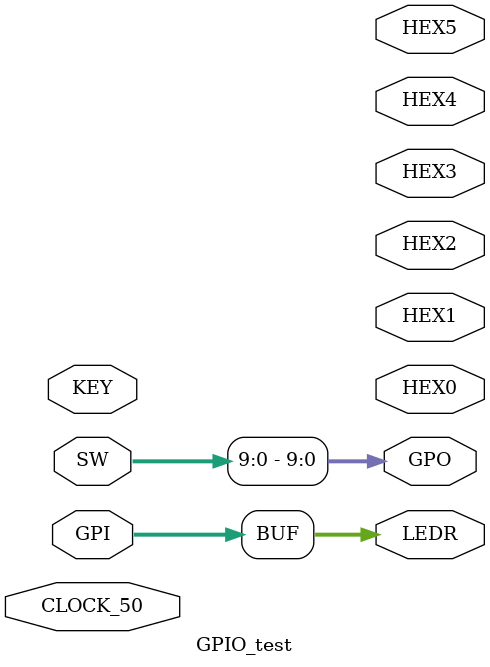
<source format=sv>
module GPIO_test(
	input  logic        CLOCK_50,
	input  logic [3:0]  KEY,
	input  logic [9:0]  SW,
	input  logic [9:0]  GPI,
	output logic [25:0] GPO,
	output logic [9:0]  LEDR,
	output logic [6:0]  HEX0,
	output logic [6:0]  HEX1,       
	output logic [6:0]  HEX2,
	output logic [6:0]  HEX3,
	output logic [6:0]  HEX4,
	output logic [6:0]  HEX5
);


assign GPO[9:0]  = SW[9:0];
assign LEDR[9:0] = GPI[9:0];

endmodule 
</source>
